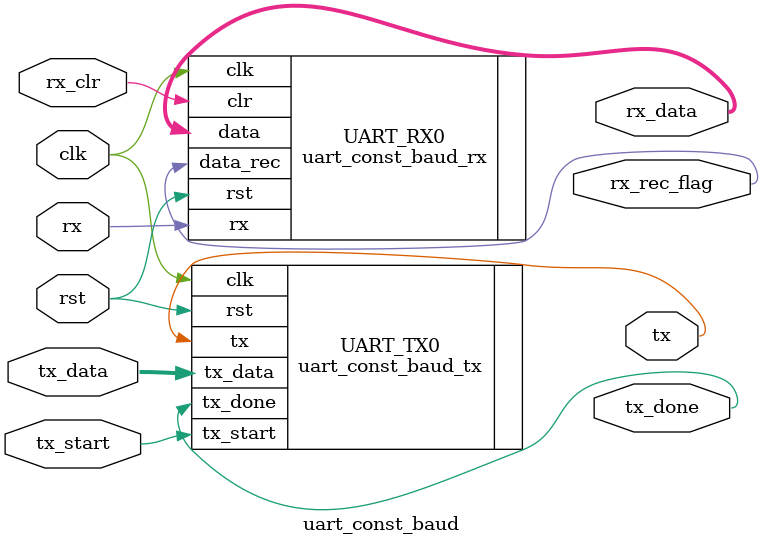
<source format=v>
`timescale 1ns / 1ps

/*
    uart_const_baud #(.clock_freq(),.baud_rate()) UART0(
        .rx_data(),
        .rx_rec_flag(),
        .tx(),
        .tx_done(),
        .tx_data(),
        .tx_start(),
        .rx(),
        .rx_clr(),
        .clk(),
        .rst()
    );
*/

module uart_const_baud #(parameter clock_freq = 100_000_000,baud_rate = 115200) (
    output[7:0] rx_data,
    output rx_rec_flag,
    output tx,
    output tx_done,
    input[7:0] tx_data,
    input tx_start,
    input rx,
    input rx_clr,
    input clk,
    input rst
    );
    
    uart_const_baud_rx #(.clock_freq(clock_freq),.baud_rate(baud_rate)) UART_RX0(
        .data(rx_data),
        .data_rec(rx_rec_flag),
        .rx(rx),
        .clr(rx_clr),
        .clk(clk),
        .rst(rst)
    );
    
    uart_const_baud_tx #(.clock_freq(clock_freq),.baud_rate(baud_rate)) UART_TX0(
        .tx(tx),
        .tx_done(tx_done),
        .tx_start(tx_start),
        .tx_data(tx_data),
        .clk(clk),
        .rst(rst)
    );
    
endmodule

</source>
